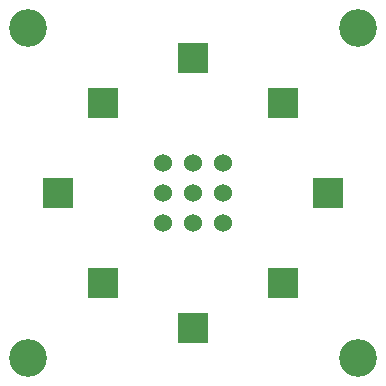
<source format=gbr>
%TF.GenerationSoftware,KiCad,Pcbnew,7.0.7*%
%TF.CreationDate,2024-01-02T00:34:10-08:00*%
%TF.ProjectId,base_connector,62617365-5f63-46f6-9e6e-6563746f722e,rev?*%
%TF.SameCoordinates,Original*%
%TF.FileFunction,Soldermask,Bot*%
%TF.FilePolarity,Negative*%
%FSLAX46Y46*%
G04 Gerber Fmt 4.6, Leading zero omitted, Abs format (unit mm)*
G04 Created by KiCad (PCBNEW 7.0.7) date 2024-01-02 00:34:10*
%MOMM*%
%LPD*%
G01*
G04 APERTURE LIST*
%ADD10C,3.200000*%
%ADD11R,2.500000X2.500000*%
%ADD12C,1.524000*%
G04 APERTURE END LIST*
D10*
%TO.C,H2*%
X138430000Y-92710000D03*
%TD*%
D11*
%TO.C,TP5*%
X160020000Y-99060000D03*
%TD*%
%TO.C,TP1*%
X152400000Y-95250000D03*
%TD*%
%TO.C,TP7*%
X160020000Y-114300000D03*
%TD*%
D10*
%TO.C,H1*%
X166370000Y-92710000D03*
%TD*%
%TO.C,H4*%
X138430000Y-120650000D03*
%TD*%
D12*
%TO.C,U1*%
X152400000Y-104140000D03*
X154940000Y-106680000D03*
X152400000Y-109220000D03*
X149860000Y-106680000D03*
X152400000Y-106680000D03*
X149860000Y-104140000D03*
X149860000Y-109220000D03*
X154940000Y-104140000D03*
X154940000Y-109220000D03*
%TD*%
D11*
%TO.C,TP4*%
X163830000Y-106680000D03*
%TD*%
%TO.C,TP6*%
X144780000Y-114300000D03*
%TD*%
%TO.C,TP3*%
X152400000Y-118110000D03*
%TD*%
%TO.C,TP8*%
X144780000Y-99060000D03*
%TD*%
D10*
%TO.C,H3*%
X166370000Y-120650000D03*
%TD*%
D11*
%TO.C,TP2*%
X140970000Y-106680000D03*
%TD*%
M02*

</source>
